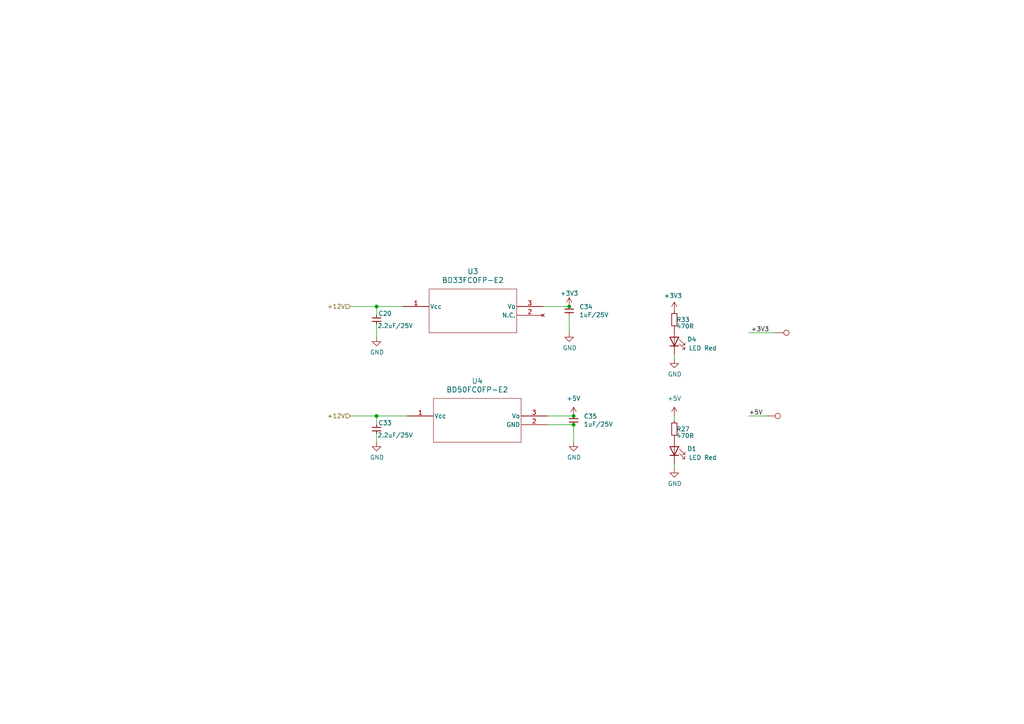
<source format=kicad_sch>
(kicad_sch
	(version 20231120)
	(generator "eeschema")
	(generator_version "8.0")
	(uuid "320f2caf-f00f-4432-86ed-f2c19d076281")
	(paper "A4")
	(title_block
		(date "2023-10-19")
		(rev "V0.1")
		(company "teTra")
	)
	(lib_symbols
		(symbol "Library:+3.3V-power-BMS-Master-rescue"
			(power)
			(pin_names
				(offset 0)
			)
			(exclude_from_sim no)
			(in_bom yes)
			(on_board yes)
			(property "Reference" "#PWR"
				(at 0 -3.81 0)
				(effects
					(font
						(size 1.27 1.27)
					)
					(hide yes)
				)
			)
			(property "Value" "+3.3V-power-BMS-Master-rescue"
				(at 0 3.556 0)
				(effects
					(font
						(size 1.27 1.27)
					)
				)
			)
			(property "Footprint" ""
				(at 0 0 0)
				(effects
					(font
						(size 1.27 1.27)
					)
					(hide yes)
				)
			)
			(property "Datasheet" ""
				(at 0 0 0)
				(effects
					(font
						(size 1.27 1.27)
					)
					(hide yes)
				)
			)
			(property "Description" ""
				(at 0 0 0)
				(effects
					(font
						(size 1.27 1.27)
					)
					(hide yes)
				)
			)
			(symbol "+3.3V-power-BMS-Master-rescue_0_1"
				(polyline
					(pts
						(xy -0.762 1.27) (xy 0 2.54)
					)
					(stroke
						(width 0)
						(type solid)
					)
					(fill
						(type none)
					)
				)
				(polyline
					(pts
						(xy 0 0) (xy 0 2.54)
					)
					(stroke
						(width 0)
						(type solid)
					)
					(fill
						(type none)
					)
				)
				(polyline
					(pts
						(xy 0 2.54) (xy 0.762 1.27)
					)
					(stroke
						(width 0)
						(type solid)
					)
					(fill
						(type none)
					)
				)
			)
			(symbol "+3.3V-power-BMS-Master-rescue_1_1"
				(pin power_in line
					(at 0 0 90)
					(length 0) hide
					(name "+3V3"
						(effects
							(font
								(size 1.27 1.27)
							)
						)
					)
					(number "1"
						(effects
							(font
								(size 1.27 1.27)
							)
						)
					)
				)
			)
		)
		(symbol "Library:+3V3"
			(power)
			(pin_names
				(offset 0)
			)
			(exclude_from_sim no)
			(in_bom yes)
			(on_board yes)
			(property "Reference" "#PWR"
				(at 0 -3.81 0)
				(effects
					(font
						(size 1.27 1.27)
					)
					(hide yes)
				)
			)
			(property "Value" "+3V3"
				(at 0 3.556 0)
				(effects
					(font
						(size 1.27 1.27)
					)
				)
			)
			(property "Footprint" ""
				(at 0 0 0)
				(effects
					(font
						(size 1.27 1.27)
					)
					(hide yes)
				)
			)
			(property "Datasheet" ""
				(at 0 0 0)
				(effects
					(font
						(size 1.27 1.27)
					)
					(hide yes)
				)
			)
			(property "Description" "Power symbol creates a global label with name \"+3V3\""
				(at 0 0 0)
				(effects
					(font
						(size 1.27 1.27)
					)
					(hide yes)
				)
			)
			(property "ki_keywords" "global power"
				(at 0 0 0)
				(effects
					(font
						(size 1.27 1.27)
					)
					(hide yes)
				)
			)
			(symbol "+3V3_0_1"
				(polyline
					(pts
						(xy -0.762 1.27) (xy 0 2.54)
					)
					(stroke
						(width 0)
						(type default)
					)
					(fill
						(type none)
					)
				)
				(polyline
					(pts
						(xy 0 0) (xy 0 2.54)
					)
					(stroke
						(width 0)
						(type default)
					)
					(fill
						(type none)
					)
				)
				(polyline
					(pts
						(xy 0 2.54) (xy 0.762 1.27)
					)
					(stroke
						(width 0)
						(type default)
					)
					(fill
						(type none)
					)
				)
			)
			(symbol "+3V3_1_1"
				(pin power_in line
					(at 0 0 90)
					(length 0) hide
					(name "+3V3"
						(effects
							(font
								(size 1.27 1.27)
							)
						)
					)
					(number "1"
						(effects
							(font
								(size 1.27 1.27)
							)
						)
					)
				)
			)
		)
		(symbol "Library:+5V"
			(power)
			(pin_names
				(offset 0)
			)
			(exclude_from_sim no)
			(in_bom yes)
			(on_board yes)
			(property "Reference" "#PWR"
				(at 0 -3.81 0)
				(effects
					(font
						(size 1.27 1.27)
					)
					(hide yes)
				)
			)
			(property "Value" "+5V"
				(at 0 3.556 0)
				(effects
					(font
						(size 1.27 1.27)
					)
				)
			)
			(property "Footprint" ""
				(at 0 0 0)
				(effects
					(font
						(size 1.27 1.27)
					)
					(hide yes)
				)
			)
			(property "Datasheet" ""
				(at 0 0 0)
				(effects
					(font
						(size 1.27 1.27)
					)
					(hide yes)
				)
			)
			(property "Description" "Power symbol creates a global label with name \"+5V\""
				(at 0 0 0)
				(effects
					(font
						(size 1.27 1.27)
					)
					(hide yes)
				)
			)
			(property "ki_keywords" "global power"
				(at 0 0 0)
				(effects
					(font
						(size 1.27 1.27)
					)
					(hide yes)
				)
			)
			(symbol "+5V_0_1"
				(polyline
					(pts
						(xy -0.762 1.27) (xy 0 2.54)
					)
					(stroke
						(width 0)
						(type default)
					)
					(fill
						(type none)
					)
				)
				(polyline
					(pts
						(xy 0 0) (xy 0 2.54)
					)
					(stroke
						(width 0)
						(type default)
					)
					(fill
						(type none)
					)
				)
				(polyline
					(pts
						(xy 0 2.54) (xy 0.762 1.27)
					)
					(stroke
						(width 0)
						(type default)
					)
					(fill
						(type none)
					)
				)
			)
			(symbol "+5V_1_1"
				(pin power_in line
					(at 0 0 90)
					(length 0) hide
					(name "+5V"
						(effects
							(font
								(size 1.27 1.27)
							)
						)
					)
					(number "1"
						(effects
							(font
								(size 1.27 1.27)
							)
						)
					)
				)
			)
		)
		(symbol "Library:BD33FC0FP-E2"
			(pin_names
				(offset 0.254)
			)
			(exclude_from_sim no)
			(in_bom yes)
			(on_board yes)
			(property "Reference" "U"
				(at 20.32 10.16 0)
				(effects
					(font
						(size 1.524 1.524)
					)
				)
			)
			(property "Value" "BD33FC0FP-E2"
				(at 20.32 7.62 0)
				(effects
					(font
						(size 1.524 1.524)
					)
				)
			)
			(property "Footprint" "Package_TO_SOT_SMD:TO252-3_ROM"
				(at 0 0 0)
				(effects
					(font
						(size 1.27 1.27)
						(italic yes)
					)
					(hide yes)
				)
			)
			(property "Datasheet" "BD33FC0FP-E2"
				(at 0 0 0)
				(effects
					(font
						(size 1.27 1.27)
						(italic yes)
					)
					(hide yes)
				)
			)
			(property "Description" ""
				(at 0 0 0)
				(effects
					(font
						(size 1.27 1.27)
					)
					(hide yes)
				)
			)
			(property "ki_keywords" "BD33FC0FP-E2"
				(at 0 0 0)
				(effects
					(font
						(size 1.27 1.27)
					)
					(hide yes)
				)
			)
			(property "ki_fp_filters" "TO252-3_ROM TO252-3_ROM-M TO252-3_ROM-L"
				(at 0 0 0)
				(effects
					(font
						(size 1.27 1.27)
					)
					(hide yes)
				)
			)
			(symbol "BD33FC0FP-E2_0_1"
				(polyline
					(pts
						(xy 7.62 -7.62) (xy 33.02 -7.62)
					)
					(stroke
						(width 0.127)
						(type default)
					)
					(fill
						(type none)
					)
				)
				(polyline
					(pts
						(xy 7.62 5.08) (xy 7.62 -7.62)
					)
					(stroke
						(width 0.127)
						(type default)
					)
					(fill
						(type none)
					)
				)
				(polyline
					(pts
						(xy 33.02 -7.62) (xy 33.02 5.08)
					)
					(stroke
						(width 0.127)
						(type default)
					)
					(fill
						(type none)
					)
				)
				(polyline
					(pts
						(xy 33.02 5.08) (xy 7.62 5.08)
					)
					(stroke
						(width 0.127)
						(type default)
					)
					(fill
						(type none)
					)
				)
				(pin power_in line
					(at 0 0 0)
					(length 7.62)
					(name "Vcc"
						(effects
							(font
								(size 1.27 1.27)
							)
						)
					)
					(number "1"
						(effects
							(font
								(size 1.27 1.27)
							)
						)
					)
				)
				(pin no_connect line
					(at 40.64 -2.54 180)
					(length 7.62)
					(name "N.C."
						(effects
							(font
								(size 1.27 1.27)
							)
						)
					)
					(number "2"
						(effects
							(font
								(size 1.27 1.27)
							)
						)
					)
				)
				(pin unspecified line
					(at 40.64 0 180)
					(length 7.62)
					(name "Vo"
						(effects
							(font
								(size 1.27 1.27)
							)
						)
					)
					(number "3"
						(effects
							(font
								(size 1.27 1.27)
							)
						)
					)
				)
			)
		)
		(symbol "Library:BD50FC0FP-E2"
			(pin_names
				(offset 0.254)
			)
			(exclude_from_sim no)
			(in_bom yes)
			(on_board yes)
			(property "Reference" "U"
				(at 20.32 10.16 0)
				(effects
					(font
						(size 1.524 1.524)
					)
				)
			)
			(property "Value" "BD50FC0FP-E2"
				(at 20.32 7.62 0)
				(effects
					(font
						(size 1.524 1.524)
					)
				)
			)
			(property "Footprint" "Package_TO_SOT_SMD:TO252-3_ROM"
				(at 0 0 0)
				(effects
					(font
						(size 1.27 1.27)
						(italic yes)
					)
					(hide yes)
				)
			)
			(property "Datasheet" "BD33FC0FP-E2"
				(at 0 0 0)
				(effects
					(font
						(size 1.27 1.27)
						(italic yes)
					)
					(hide yes)
				)
			)
			(property "Description" ""
				(at 0 0 0)
				(effects
					(font
						(size 1.27 1.27)
					)
					(hide yes)
				)
			)
			(property "ki_keywords" "BD33FC0FP-E2"
				(at 0 0 0)
				(effects
					(font
						(size 1.27 1.27)
					)
					(hide yes)
				)
			)
			(property "ki_fp_filters" "TO252-3_ROM TO252-3_ROM-M TO252-3_ROM-L"
				(at 0 0 0)
				(effects
					(font
						(size 1.27 1.27)
					)
					(hide yes)
				)
			)
			(symbol "BD50FC0FP-E2_0_1"
				(polyline
					(pts
						(xy 7.62 -7.62) (xy 33.02 -7.62)
					)
					(stroke
						(width 0.127)
						(type default)
					)
					(fill
						(type none)
					)
				)
				(polyline
					(pts
						(xy 7.62 5.08) (xy 7.62 -7.62)
					)
					(stroke
						(width 0.127)
						(type default)
					)
					(fill
						(type none)
					)
				)
				(polyline
					(pts
						(xy 33.02 -7.62) (xy 33.02 5.08)
					)
					(stroke
						(width 0.127)
						(type default)
					)
					(fill
						(type none)
					)
				)
				(polyline
					(pts
						(xy 33.02 5.08) (xy 7.62 5.08)
					)
					(stroke
						(width 0.127)
						(type default)
					)
					(fill
						(type none)
					)
				)
				(pin power_in line
					(at 0 0 0)
					(length 7.62)
					(name "Vcc"
						(effects
							(font
								(size 1.27 1.27)
							)
						)
					)
					(number "1"
						(effects
							(font
								(size 1.27 1.27)
							)
						)
					)
				)
				(pin unspecified line
					(at 40.64 0 180)
					(length 7.62)
					(name "Vo"
						(effects
							(font
								(size 1.27 1.27)
							)
						)
					)
					(number "3"
						(effects
							(font
								(size 1.27 1.27)
							)
						)
					)
				)
			)
			(symbol "BD50FC0FP-E2_1_1"
				(pin output line
					(at 40.64 -2.54 180)
					(length 7.62)
					(name "GND"
						(effects
							(font
								(size 1.27 1.27)
							)
						)
					)
					(number "2"
						(effects
							(font
								(size 1.27 1.27)
							)
						)
					)
				)
			)
		)
		(symbol "Library:C"
			(pin_numbers hide)
			(pin_names
				(offset 0.254)
			)
			(exclude_from_sim no)
			(in_bom yes)
			(on_board yes)
			(property "Reference" "C"
				(at 0.635 2.54 0)
				(effects
					(font
						(size 1.27 1.27)
					)
					(justify left)
				)
			)
			(property "Value" "C"
				(at 0.635 -2.54 0)
				(effects
					(font
						(size 1.27 1.27)
					)
					(justify left)
				)
			)
			(property "Footprint" ""
				(at 0.9652 -3.81 0)
				(effects
					(font
						(size 1.27 1.27)
					)
					(hide yes)
				)
			)
			(property "Datasheet" "~"
				(at 0 0 0)
				(effects
					(font
						(size 1.27 1.27)
					)
					(hide yes)
				)
			)
			(property "Description" "Unpolarized capacitor"
				(at 0 0 0)
				(effects
					(font
						(size 1.27 1.27)
					)
					(hide yes)
				)
			)
			(property "ki_keywords" "cap capacitor"
				(at 0 0 0)
				(effects
					(font
						(size 1.27 1.27)
					)
					(hide yes)
				)
			)
			(property "ki_fp_filters" "C_*"
				(at 0 0 0)
				(effects
					(font
						(size 1.27 1.27)
					)
					(hide yes)
				)
			)
			(symbol "C_1_1"
				(polyline
					(pts
						(xy -1.27 -0.508) (xy 1.27 -0.508)
					)
					(stroke
						(width 0.254)
						(type default)
					)
					(fill
						(type none)
					)
				)
				(polyline
					(pts
						(xy -1.27 0.508) (xy 1.27 0.508)
					)
					(stroke
						(width 0.254)
						(type default)
					)
					(fill
						(type none)
					)
				)
				(pin passive line
					(at 0 1.27 270)
					(length 0.762)
					(name "~"
						(effects
							(font
								(size 1.27 1.27)
							)
						)
					)
					(number "1"
						(effects
							(font
								(size 1.27 1.27)
							)
						)
					)
				)
				(pin passive line
					(at 0 -1.27 90)
					(length 0.762)
					(name "~"
						(effects
							(font
								(size 1.27 1.27)
							)
						)
					)
					(number "2"
						(effects
							(font
								(size 1.27 1.27)
							)
						)
					)
				)
			)
		)
		(symbol "Library:GND"
			(power)
			(pin_names
				(offset 0)
			)
			(exclude_from_sim no)
			(in_bom yes)
			(on_board yes)
			(property "Reference" "#PWR"
				(at 0 -6.35 0)
				(effects
					(font
						(size 1.27 1.27)
					)
					(hide yes)
				)
			)
			(property "Value" "GND"
				(at 0 -3.81 0)
				(effects
					(font
						(size 1.27 1.27)
					)
				)
			)
			(property "Footprint" ""
				(at 0 0 0)
				(effects
					(font
						(size 1.27 1.27)
					)
					(hide yes)
				)
			)
			(property "Datasheet" ""
				(at 0 0 0)
				(effects
					(font
						(size 1.27 1.27)
					)
					(hide yes)
				)
			)
			(property "Description" "Power symbol creates a global label with name \"GND\" , ground"
				(at 0 0 0)
				(effects
					(font
						(size 1.27 1.27)
					)
					(hide yes)
				)
			)
			(property "ki_keywords" "global power"
				(at 0 0 0)
				(effects
					(font
						(size 1.27 1.27)
					)
					(hide yes)
				)
			)
			(symbol "GND_0_1"
				(polyline
					(pts
						(xy 0 0) (xy 0 -1.27) (xy 1.27 -1.27) (xy 0 -2.54) (xy -1.27 -1.27) (xy 0 -1.27)
					)
					(stroke
						(width 0)
						(type default)
					)
					(fill
						(type none)
					)
				)
			)
			(symbol "GND_1_1"
				(pin power_in line
					(at 0 0 270)
					(length 0) hide
					(name "GND"
						(effects
							(font
								(size 1.27 1.27)
							)
						)
					)
					(number "1"
						(effects
							(font
								(size 1.27 1.27)
							)
						)
					)
				)
			)
		)
		(symbol "Library:LED"
			(pin_numbers hide)
			(pin_names
				(offset 1.016) hide)
			(exclude_from_sim no)
			(in_bom yes)
			(on_board yes)
			(property "Reference" "D"
				(at -0.762 -2.54 0)
				(effects
					(font
						(size 1.27 1.27)
					)
				)
			)
			(property "Value" "LED"
				(at -0.762 4.318 0)
				(effects
					(font
						(size 1.27 1.27)
					)
				)
			)
			(property "Footprint" ""
				(at 0 0 0)
				(effects
					(font
						(size 1.27 1.27)
					)
					(hide yes)
				)
			)
			(property "Datasheet" "~"
				(at 0 0 0)
				(effects
					(font
						(size 1.27 1.27)
					)
					(hide yes)
				)
			)
			(property "Description" "Light emitting diode"
				(at 0 0 0)
				(effects
					(font
						(size 1.27 1.27)
					)
					(hide yes)
				)
			)
			(property "ki_keywords" "LED diode"
				(at 0 0 0)
				(effects
					(font
						(size 1.27 1.27)
					)
					(hide yes)
				)
			)
			(property "ki_fp_filters" "LED* LED_SMD:* LED_THT:*"
				(at 0 0 0)
				(effects
					(font
						(size 1.27 1.27)
					)
					(hide yes)
				)
			)
			(symbol "LED_0_1"
				(polyline
					(pts
						(xy 1.27 0) (xy -1.27 0)
					)
					(stroke
						(width 0)
						(type default)
					)
					(fill
						(type none)
					)
				)
				(polyline
					(pts
						(xy 1.27 1.27) (xy 1.27 -1.27)
					)
					(stroke
						(width 0.254)
						(type default)
					)
					(fill
						(type none)
					)
				)
				(polyline
					(pts
						(xy -1.27 1.27) (xy -1.27 -1.27) (xy 1.27 0) (xy -1.27 1.27)
					)
					(stroke
						(width 0.254)
						(type default)
					)
					(fill
						(type none)
					)
				)
				(polyline
					(pts
						(xy -0.508 1.524) (xy 1.016 3.048) (xy 0.254 3.048) (xy 1.016 3.048) (xy 1.016 2.286)
					)
					(stroke
						(width 0)
						(type default)
					)
					(fill
						(type none)
					)
				)
				(polyline
					(pts
						(xy 0.762 1.524) (xy 2.286 3.048) (xy 1.524 3.048) (xy 2.286 3.048) (xy 2.286 2.286)
					)
					(stroke
						(width 0)
						(type default)
					)
					(fill
						(type none)
					)
				)
			)
			(symbol "LED_1_1"
				(pin passive line
					(at 3.81 0 180)
					(length 2.54)
					(name "K"
						(effects
							(font
								(size 1.27 1.27)
							)
						)
					)
					(number "1"
						(effects
							(font
								(size 1.27 1.27)
							)
						)
					)
				)
				(pin passive line
					(at -3.81 0 0)
					(length 2.54)
					(name "A"
						(effects
							(font
								(size 1.27 1.27)
							)
						)
					)
					(number "2"
						(effects
							(font
								(size 1.27 1.27)
							)
						)
					)
				)
			)
		)
		(symbol "Library:R_Small"
			(pin_numbers hide)
			(pin_names
				(offset 0.254) hide)
			(exclude_from_sim no)
			(in_bom yes)
			(on_board yes)
			(property "Reference" "R"
				(at 0.762 0.508 0)
				(effects
					(font
						(size 1.27 1.27)
					)
					(justify left)
				)
			)
			(property "Value" "R_Small"
				(at 0.762 -1.016 0)
				(effects
					(font
						(size 1.27 1.27)
					)
					(justify left)
				)
			)
			(property "Footprint" ""
				(at 0 0 0)
				(effects
					(font
						(size 1.27 1.27)
					)
					(hide yes)
				)
			)
			(property "Datasheet" "~"
				(at 0 0 0)
				(effects
					(font
						(size 1.27 1.27)
					)
					(hide yes)
				)
			)
			(property "Description" "Resistor, small symbol"
				(at 0 0 0)
				(effects
					(font
						(size 1.27 1.27)
					)
					(hide yes)
				)
			)
			(property "ki_keywords" "R resistor"
				(at 0 0 0)
				(effects
					(font
						(size 1.27 1.27)
					)
					(hide yes)
				)
			)
			(property "ki_fp_filters" "R_*"
				(at 0 0 0)
				(effects
					(font
						(size 1.27 1.27)
					)
					(hide yes)
				)
			)
			(symbol "R_Small_0_1"
				(rectangle
					(start -0.762 1.778)
					(end 0.762 -1.778)
					(stroke
						(width 0.2032)
						(type default)
					)
					(fill
						(type none)
					)
				)
			)
			(symbol "R_Small_1_1"
				(pin passive line
					(at 0 2.54 270)
					(length 0.762)
					(name "~"
						(effects
							(font
								(size 1.27 1.27)
							)
						)
					)
					(number "1"
						(effects
							(font
								(size 1.27 1.27)
							)
						)
					)
				)
				(pin passive line
					(at 0 -2.54 90)
					(length 0.762)
					(name "~"
						(effects
							(font
								(size 1.27 1.27)
							)
						)
					)
					(number "2"
						(effects
							(font
								(size 1.27 1.27)
							)
						)
					)
				)
			)
		)
		(symbol "Library:TestPoint"
			(pin_numbers hide)
			(pin_names
				(offset 0.762) hide)
			(exclude_from_sim no)
			(in_bom yes)
			(on_board yes)
			(property "Reference" "TP"
				(at 0 6.858 0)
				(effects
					(font
						(size 1.27 1.27)
					)
				)
			)
			(property "Value" "TestPoint"
				(at 0 5.08 0)
				(effects
					(font
						(size 1.27 1.27)
					)
				)
			)
			(property "Footprint" ""
				(at 5.08 0 0)
				(effects
					(font
						(size 1.27 1.27)
					)
					(hide yes)
				)
			)
			(property "Datasheet" "~"
				(at 5.08 0 0)
				(effects
					(font
						(size 1.27 1.27)
					)
					(hide yes)
				)
			)
			(property "Description" "test point"
				(at 0 0 0)
				(effects
					(font
						(size 1.27 1.27)
					)
					(hide yes)
				)
			)
			(property "ki_keywords" "test point tp"
				(at 0 0 0)
				(effects
					(font
						(size 1.27 1.27)
					)
					(hide yes)
				)
			)
			(property "ki_fp_filters" "Pin* Test*"
				(at 0 0 0)
				(effects
					(font
						(size 1.27 1.27)
					)
					(hide yes)
				)
			)
			(symbol "TestPoint_0_1"
				(circle
					(center 0 3.302)
					(radius 0.762)
					(stroke
						(width 0)
						(type default)
					)
					(fill
						(type none)
					)
				)
			)
			(symbol "TestPoint_1_1"
				(pin passive line
					(at 0 0 90)
					(length 2.54)
					(name "1"
						(effects
							(font
								(size 1.27 1.27)
							)
						)
					)
					(number "1"
						(effects
							(font
								(size 1.27 1.27)
							)
						)
					)
				)
			)
		)
	)
	(junction
		(at 165.1 88.9)
		(diameter 0)
		(color 0 0 0 0)
		(uuid "583daaca-0e0b-4493-9f97-5008515872aa")
	)
	(junction
		(at 166.37 120.65)
		(diameter 0)
		(color 0 0 0 0)
		(uuid "6964b283-c4e2-498b-ad50-1040b7d8c5b5")
	)
	(junction
		(at 109.22 120.65)
		(diameter 0)
		(color 0 0 0 0)
		(uuid "7ad0b67f-4956-4456-b759-a9659846e9e6")
	)
	(junction
		(at 166.37 123.19)
		(diameter 0)
		(color 0 0 0 0)
		(uuid "bd9bd43c-278c-42f5-82db-fbb8263a698c")
	)
	(junction
		(at 109.22 88.9)
		(diameter 0)
		(color 0 0 0 0)
		(uuid "ff86562a-12f5-4fbf-ad89-50c9ff2d1ec8")
	)
	(wire
		(pts
			(xy 101.6 120.65) (xy 109.22 120.65)
		)
		(stroke
			(width 0)
			(type default)
		)
		(uuid "04287d29-65db-4225-8983-39e1664a1cf0")
	)
	(wire
		(pts
			(xy 157.48 88.9) (xy 165.1 88.9)
		)
		(stroke
			(width 0)
			(type default)
		)
		(uuid "0cb46581-b9d4-4083-9ad3-e45b0a511cf9")
	)
	(wire
		(pts
			(xy 217.17 96.52) (xy 224.79 96.52)
		)
		(stroke
			(width 0)
			(type default)
		)
		(uuid "14c45e74-9ddb-4a88-8125-2229376ab26f")
	)
	(wire
		(pts
			(xy 165.1 91.44) (xy 165.1 96.52)
		)
		(stroke
			(width 0)
			(type default)
		)
		(uuid "1b4d0af8-f36f-4c5a-98d5-fc230ebde051")
	)
	(wire
		(pts
			(xy 195.58 120.65) (xy 195.58 121.92)
		)
		(stroke
			(width 0)
			(type default)
		)
		(uuid "3ca5394b-7ee5-4e9f-95e7-9fa7c1ff1f39")
	)
	(wire
		(pts
			(xy 109.22 88.9) (xy 116.84 88.9)
		)
		(stroke
			(width 0)
			(type default)
		)
		(uuid "45c7180e-dbdf-435a-b25d-3797b9a4245a")
	)
	(wire
		(pts
			(xy 109.22 88.9) (xy 109.22 91.44)
		)
		(stroke
			(width 0)
			(type default)
		)
		(uuid "4af4bda2-446c-4354-863c-2a243e8c467e")
	)
	(wire
		(pts
			(xy 101.6 88.9) (xy 109.22 88.9)
		)
		(stroke
			(width 0)
			(type default)
		)
		(uuid "4d4ba309-9927-40b3-a983-1839482d8579")
	)
	(wire
		(pts
			(xy 158.75 123.19) (xy 166.37 123.19)
		)
		(stroke
			(width 0)
			(type default)
		)
		(uuid "4f1e6998-1a70-475e-b21d-6e5d06e3a687")
	)
	(wire
		(pts
			(xy 217.17 120.65) (xy 222.25 120.65)
		)
		(stroke
			(width 0)
			(type default)
		)
		(uuid "5075ce88-d1fd-41aa-a0fb-5e68fa543098")
	)
	(wire
		(pts
			(xy 158.75 120.65) (xy 166.37 120.65)
		)
		(stroke
			(width 0)
			(type default)
		)
		(uuid "5f20d43d-d146-48c9-acd1-5619cbfb485c")
	)
	(wire
		(pts
			(xy 166.37 123.19) (xy 166.37 128.27)
		)
		(stroke
			(width 0)
			(type default)
		)
		(uuid "9624f360-7445-4d5e-9699-549160e23e61")
	)
	(wire
		(pts
			(xy 195.58 102.87) (xy 195.58 104.14)
		)
		(stroke
			(width 0)
			(type default)
		)
		(uuid "b1f4635e-a6fb-42ce-a22c-09920d9c231f")
	)
	(wire
		(pts
			(xy 195.58 134.62) (xy 195.58 135.89)
		)
		(stroke
			(width 0)
			(type default)
		)
		(uuid "b2cd86a2-a3cb-409a-aeb7-5a7f586fd81d")
	)
	(wire
		(pts
			(xy 109.22 120.65) (xy 109.22 123.19)
		)
		(stroke
			(width 0)
			(type default)
		)
		(uuid "c1d7c812-b656-41b6-ad38-512456e8998a")
	)
	(wire
		(pts
			(xy 109.22 120.65) (xy 118.11 120.65)
		)
		(stroke
			(width 0)
			(type default)
		)
		(uuid "d09a5e0b-6e0e-4d8b-8649-0b8c1659b4e9")
	)
	(wire
		(pts
			(xy 109.22 93.98) (xy 109.22 97.79)
		)
		(stroke
			(width 0)
			(type default)
		)
		(uuid "e0ef239b-f996-4eed-b413-9cbfbde523a3")
	)
	(wire
		(pts
			(xy 109.22 125.73) (xy 109.22 128.27)
		)
		(stroke
			(width 0)
			(type default)
		)
		(uuid "fd2f690e-f8d2-42a7-818f-79813f621268")
	)
	(label "+5V"
		(at 217.17 120.65 0)
		(fields_autoplaced yes)
		(effects
			(font
				(size 1.27 1.27)
			)
			(justify left bottom)
		)
		(uuid "3a3b9259-d516-4623-964e-f94e14a92295")
	)
	(label "+3V3"
		(at 217.805 96.52 0)
		(fields_autoplaced yes)
		(effects
			(font
				(size 1.27 1.27)
			)
			(justify left bottom)
		)
		(uuid "5d7874e3-727c-41c8-91d3-ffe0af7b63a0")
	)
	(hierarchical_label "+12V"
		(shape input)
		(at 101.6 88.9 180)
		(fields_autoplaced yes)
		(effects
			(font
				(size 1.27 1.27)
			)
			(justify right)
		)
		(uuid "0df176f5-fbd3-4d74-80b1-db48744e86bc")
	)
	(hierarchical_label "+12V"
		(shape input)
		(at 101.6 120.65 180)
		(fields_autoplaced yes)
		(effects
			(font
				(size 1.27 1.27)
			)
			(justify right)
		)
		(uuid "ba2f55a1-7de7-4a78-9d81-01ca300b3ccf")
	)
	(symbol
		(lib_id "Library:GND")
		(at 109.22 97.79 0)
		(unit 1)
		(exclude_from_sim no)
		(in_bom yes)
		(on_board yes)
		(dnp no)
		(uuid "05fcc230-55dd-4c6f-a62a-7dfc2c10bf73")
		(property "Reference" "#PWR021"
			(at 109.22 104.14 0)
			(effects
				(font
					(size 1.27 1.27)
				)
				(hide yes)
			)
		)
		(property "Value" "GND"
			(at 109.347 102.1842 0)
			(effects
				(font
					(size 1.27 1.27)
				)
			)
		)
		(property "Footprint" ""
			(at 109.22 97.79 0)
			(effects
				(font
					(size 1.27 1.27)
				)
				(hide yes)
			)
		)
		(property "Datasheet" ""
			(at 109.22 97.79 0)
			(effects
				(font
					(size 1.27 1.27)
				)
				(hide yes)
			)
		)
		(property "Description" ""
			(at 109.22 97.79 0)
			(effects
				(font
					(size 1.27 1.27)
				)
				(hide yes)
			)
		)
		(pin "1"
			(uuid "c34052e6-b55f-466a-9d3b-88d85f86cb59")
		)
		(instances
			(project "LTC6811_ESP32_V1p21"
				(path "/6a86ff6f-b159-4c4c-8a40-e732cc82e010/00000000-0000-0000-0000-00005ac18063"
					(reference "#PWR021")
					(unit 1)
				)
			)
		)
	)
	(symbol
		(lib_id "Library:BD33FC0FP-E2")
		(at 116.84 88.9 0)
		(unit 1)
		(exclude_from_sim no)
		(in_bom yes)
		(on_board yes)
		(dnp no)
		(fields_autoplaced yes)
		(uuid "0610e773-7769-446d-8a27-17791f1b7e60")
		(property "Reference" "U3"
			(at 137.16 78.74 0)
			(effects
				(font
					(size 1.524 1.524)
				)
			)
		)
		(property "Value" "BD33FC0FP-E2"
			(at 137.16 81.28 0)
			(effects
				(font
					(size 1.524 1.524)
				)
			)
		)
		(property "Footprint" "Package_TO_SOT_SMD:TO252-3_ROM"
			(at 116.84 88.9 0)
			(effects
				(font
					(size 1.27 1.27)
					(italic yes)
				)
				(hide yes)
			)
		)
		(property "Datasheet" "https://fscdn.rohm.com/en/products/databook/datasheet/ic/power/linear_regulator/bdxxfc0wefj-e.pdf"
			(at 116.84 88.9 0)
			(effects
				(font
					(size 1.27 1.27)
					(italic yes)
				)
				(hide yes)
			)
		)
		(property "Description" "Linear Voltage Regulator IC Positive Fixed 1 Output 1A TO-252"
			(at 116.84 88.9 0)
			(effects
				(font
					(size 1.27 1.27)
				)
				(hide yes)
			)
		)
		(property "Link" "https://www.digikey.jp/en/products/detail/rohm-semiconductor/BD33FC0FP-E2/7896452?s=N4IgTCBcDaIEIBEDMSBiBhADKgCgWgFEIBdAXyA"
			(at 116.84 88.9 0)
			(effects
				(font
					(size 1.27 1.27)
				)
				(hide yes)
			)
		)
		(property "MPN" "BD33FC0FP-E2"
			(at 116.84 88.9 0)
			(effects
				(font
					(size 1.27 1.27)
				)
				(hide yes)
			)
		)
		(pin "1"
			(uuid "d2d41ec4-6b8a-42cb-a3e1-7f9ae47d611b")
		)
		(pin "2"
			(uuid "518dcea3-06ad-400a-a12b-b117123223de")
		)
		(pin "3"
			(uuid "76047cc2-319a-4e0d-bced-026cacd17b22")
		)
		(instances
			(project ""
				(path "/6a86ff6f-b159-4c4c-8a40-e732cc82e010/00000000-0000-0000-0000-00005ac18063"
					(reference "U3")
					(unit 1)
				)
			)
		)
	)
	(symbol
		(lib_id "Library:+5V")
		(at 166.37 120.65 0)
		(mirror y)
		(unit 1)
		(exclude_from_sim no)
		(in_bom yes)
		(on_board yes)
		(dnp no)
		(fields_autoplaced yes)
		(uuid "06625fbb-6ab7-4178-bef7-741b6b77c9af")
		(property "Reference" "#PWR046"
			(at 166.37 124.46 0)
			(effects
				(font
					(size 1.27 1.27)
				)
				(hide yes)
			)
		)
		(property "Value" "+5V"
			(at 166.37 115.57 0)
			(effects
				(font
					(size 1.27 1.27)
				)
			)
		)
		(property "Footprint" ""
			(at 166.37 120.65 0)
			(effects
				(font
					(size 1.27 1.27)
				)
				(hide yes)
			)
		)
		(property "Datasheet" ""
			(at 166.37 120.65 0)
			(effects
				(font
					(size 1.27 1.27)
				)
				(hide yes)
			)
		)
		(property "Description" ""
			(at 166.37 120.65 0)
			(effects
				(font
					(size 1.27 1.27)
				)
				(hide yes)
			)
		)
		(pin "1"
			(uuid "5a13ece0-0e24-47e7-9f7c-c69ce9294ea7")
		)
		(instances
			(project "LTC6811_ESP32_V5"
				(path "/6a86ff6f-b159-4c4c-8a40-e732cc82e010/00000000-0000-0000-0000-00005ac18063"
					(reference "#PWR046")
					(unit 1)
				)
			)
		)
	)
	(symbol
		(lib_id "Library:C")
		(at 166.37 121.92 180)
		(unit 1)
		(exclude_from_sim no)
		(in_bom yes)
		(on_board yes)
		(dnp no)
		(uuid "129c6d9a-b791-471f-a6f1-3520a5b3d20b")
		(property "Reference" "C35"
			(at 169.291 120.7516 0)
			(effects
				(font
					(size 1.27 1.27)
				)
				(justify right)
			)
		)
		(property "Value" "1uF/25V"
			(at 169.291 123.063 0)
			(effects
				(font
					(size 1.27 1.27)
				)
				(justify right)
			)
		)
		(property "Footprint" "Capacitor_SMD:C_0603_1608Metric"
			(at 165.4048 118.11 0)
			(effects
				(font
					(size 1.27 1.27)
				)
				(hide yes)
			)
		)
		(property "Datasheet" "https://mm.digikey.com/Volume0/opasdata/d220001/medias/docus/3644/CL10B105KA8NNNC_spec.pdf"
			(at 166.37 121.92 0)
			(effects
				(font
					(size 1.27 1.27)
				)
				(hide yes)
			)
		)
		(property "Description" "1 µF ±10% 25V Ceramic Capacitor X7R 0603 (1608 Metric)"
			(at 166.37 121.92 0)
			(effects
				(font
					(size 1.27 1.27)
				)
				(hide yes)
			)
		)
		(property "MPN" "CL10B105KA8NNNC"
			(at 166.37 121.92 0)
			(effects
				(font
					(size 1.27 1.27)
				)
				(hide yes)
			)
		)
		(property "Link" "https://www.digikey.jp/en/products/detail/samsung-electro-mechanics/CL10B105KA8NNNC/3886842"
			(at 166.37 121.92 0)
			(effects
				(font
					(size 1.27 1.27)
				)
				(hide yes)
			)
		)
		(pin "1"
			(uuid "48e0f432-6ac4-44d0-83bd-2bdb5ca7d2b1")
		)
		(pin "2"
			(uuid "34db1763-d617-4eae-bf83-d6c1fd291c7e")
		)
		(instances
			(project "LTC6811_ESP32_V5"
				(path "/6a86ff6f-b159-4c4c-8a40-e732cc82e010/00000000-0000-0000-0000-00005ac18063"
					(reference "C35")
					(unit 1)
				)
			)
		)
	)
	(symbol
		(lib_id "Library:+3.3V-power-BMS-Master-rescue")
		(at 165.1 88.9 0)
		(mirror y)
		(unit 1)
		(exclude_from_sim no)
		(in_bom yes)
		(on_board yes)
		(dnp no)
		(uuid "1a686d9f-3c98-4adf-b1e5-17f263351447")
		(property "Reference" "#PWR047"
			(at 165.1 92.71 0)
			(effects
				(font
					(size 1.27 1.27)
				)
				(hide yes)
			)
		)
		(property "Value" "+3V3"
			(at 165.1 85.09 0)
			(effects
				(font
					(size 1.27 1.27)
				)
			)
		)
		(property "Footprint" ""
			(at 165.1 88.9 0)
			(effects
				(font
					(size 1.27 1.27)
				)
				(hide yes)
			)
		)
		(property "Datasheet" ""
			(at 165.1 88.9 0)
			(effects
				(font
					(size 1.27 1.27)
				)
				(hide yes)
			)
		)
		(property "Description" ""
			(at 165.1 88.9 0)
			(effects
				(font
					(size 1.27 1.27)
				)
				(hide yes)
			)
		)
		(pin "1"
			(uuid "44bc17fd-6bd8-4673-91b8-3ba69c9f6510")
		)
		(instances
			(project "LTC6811_ESP32_V5"
				(path "/6a86ff6f-b159-4c4c-8a40-e732cc82e010/00000000-0000-0000-0000-00005ac18063"
					(reference "#PWR047")
					(unit 1)
				)
			)
		)
	)
	(symbol
		(lib_id "Library:TestPoint")
		(at 224.79 96.52 270)
		(unit 1)
		(exclude_from_sim no)
		(in_bom no)
		(on_board yes)
		(dnp no)
		(uuid "1f6da100-6a88-4ea7-a648-e8d6a684967f")
		(property "Reference" "TP2"
			(at 229.362 99.06 0)
			(effects
				(font
					(size 1.27 1.27)
				)
				(justify left)
				(hide yes)
			)
		)
		(property "Value" "3V3"
			(at 229.87 96.52 90)
			(effects
				(font
					(size 1.27 1.27)
				)
				(justify left)
				(hide yes)
			)
		)
		(property "Footprint" "TestPoint:TestPoint_Pad_D1.0mm"
			(at 224.79 101.6 0)
			(effects
				(font
					(size 1.27 1.27)
				)
				(hide yes)
			)
		)
		(property "Datasheet" "~"
			(at 224.79 101.6 0)
			(effects
				(font
					(size 1.27 1.27)
				)
				(hide yes)
			)
		)
		(property "Description" ""
			(at 224.79 96.52 0)
			(effects
				(font
					(size 1.27 1.27)
				)
				(hide yes)
			)
		)
		(pin "1"
			(uuid "c39b90e8-13ff-46e7-88c2-5ee7ddc05298")
		)
		(instances
			(project "LTC6811_ESP32_V1p21"
				(path "/6a86ff6f-b159-4c4c-8a40-e732cc82e010/00000000-0000-0000-0000-00005ac18063"
					(reference "TP2")
					(unit 1)
				)
			)
		)
	)
	(symbol
		(lib_id "Library:GND")
		(at 195.58 104.14 0)
		(unit 1)
		(exclude_from_sim no)
		(in_bom yes)
		(on_board yes)
		(dnp no)
		(uuid "438e7760-d20a-46c3-9f03-ac587bb42565")
		(property "Reference" "#PWR029"
			(at 195.58 110.49 0)
			(effects
				(font
					(size 1.27 1.27)
				)
				(hide yes)
			)
		)
		(property "Value" "GND"
			(at 195.707 108.5342 0)
			(effects
				(font
					(size 1.27 1.27)
				)
			)
		)
		(property "Footprint" ""
			(at 195.58 104.14 0)
			(effects
				(font
					(size 1.27 1.27)
				)
				(hide yes)
			)
		)
		(property "Datasheet" ""
			(at 195.58 104.14 0)
			(effects
				(font
					(size 1.27 1.27)
				)
				(hide yes)
			)
		)
		(property "Description" ""
			(at 195.58 104.14 0)
			(effects
				(font
					(size 1.27 1.27)
				)
				(hide yes)
			)
		)
		(pin "1"
			(uuid "bade3281-b0b3-4d68-acfb-0b41a4a847ed")
		)
		(instances
			(project "LTC6811_ESP32_V1p21"
				(path "/6a86ff6f-b159-4c4c-8a40-e732cc82e010/00000000-0000-0000-0000-00005ac18063"
					(reference "#PWR029")
					(unit 1)
				)
			)
		)
	)
	(symbol
		(lib_id "Library:GND")
		(at 166.37 128.27 0)
		(unit 1)
		(exclude_from_sim no)
		(in_bom yes)
		(on_board yes)
		(dnp no)
		(uuid "4430fa9b-c59f-440f-bbc1-39b375948479")
		(property "Reference" "#PWR045"
			(at 166.37 134.62 0)
			(effects
				(font
					(size 1.27 1.27)
				)
				(hide yes)
			)
		)
		(property "Value" "GND"
			(at 166.497 132.6642 0)
			(effects
				(font
					(size 1.27 1.27)
				)
			)
		)
		(property "Footprint" ""
			(at 166.37 128.27 0)
			(effects
				(font
					(size 1.27 1.27)
				)
				(hide yes)
			)
		)
		(property "Datasheet" ""
			(at 166.37 128.27 0)
			(effects
				(font
					(size 1.27 1.27)
				)
				(hide yes)
			)
		)
		(property "Description" ""
			(at 166.37 128.27 0)
			(effects
				(font
					(size 1.27 1.27)
				)
				(hide yes)
			)
		)
		(pin "1"
			(uuid "c44ca879-8fb5-419e-bd19-bee4aa85082e")
		)
		(instances
			(project "LTC6811_ESP32_V5"
				(path "/6a86ff6f-b159-4c4c-8a40-e732cc82e010/00000000-0000-0000-0000-00005ac18063"
					(reference "#PWR045")
					(unit 1)
				)
			)
		)
	)
	(symbol
		(lib_id "Library:GND")
		(at 109.22 128.27 0)
		(unit 1)
		(exclude_from_sim no)
		(in_bom yes)
		(on_board yes)
		(dnp no)
		(uuid "669bf37b-a1c9-4fef-87a0-48247096c1ab")
		(property "Reference" "#PWR044"
			(at 109.22 134.62 0)
			(effects
				(font
					(size 1.27 1.27)
				)
				(hide yes)
			)
		)
		(property "Value" "GND"
			(at 109.347 132.6642 0)
			(effects
				(font
					(size 1.27 1.27)
				)
			)
		)
		(property "Footprint" ""
			(at 109.22 128.27 0)
			(effects
				(font
					(size 1.27 1.27)
				)
				(hide yes)
			)
		)
		(property "Datasheet" ""
			(at 109.22 128.27 0)
			(effects
				(font
					(size 1.27 1.27)
				)
				(hide yes)
			)
		)
		(property "Description" ""
			(at 109.22 128.27 0)
			(effects
				(font
					(size 1.27 1.27)
				)
				(hide yes)
			)
		)
		(pin "1"
			(uuid "af3e52f4-8cf2-457d-b7ea-b71199c6ea08")
		)
		(instances
			(project "LTC6811_ESP32_V5"
				(path "/6a86ff6f-b159-4c4c-8a40-e732cc82e010/00000000-0000-0000-0000-00005ac18063"
					(reference "#PWR044")
					(unit 1)
				)
			)
		)
	)
	(symbol
		(lib_id "Library:LED")
		(at 195.58 99.06 270)
		(unit 1)
		(exclude_from_sim no)
		(in_bom yes)
		(on_board yes)
		(dnp no)
		(uuid "695f5378-5ec2-4735-b06b-1d73303b9337")
		(property "Reference" "D4"
			(at 200.66 98.425 90)
			(effects
				(font
					(size 1.27 1.27)
				)
			)
		)
		(property "Value" "LED Red"
			(at 203.835 100.965 90)
			(effects
				(font
					(size 1.27 1.27)
				)
			)
		)
		(property "Footprint" "LED_SMD:LED_0603_1608Metric"
			(at 195.58 99.06 0)
			(effects
				(font
					(size 1.27 1.27)
				)
				(hide yes)
			)
		)
		(property "Datasheet" "https://optoelectronics.liteon.com/upload/download/DS-22-99-0151/LTST-C190KRKT.pdf"
			(at 195.58 99.06 0)
			(effects
				(font
					(size 1.27 1.27)
				)
				(hide yes)
			)
		)
		(property "Description" "Red 631nm LED Indication - Discrete 2V 0603 (1608 Metric)"
			(at 195.58 99.06 0)
			(effects
				(font
					(size 1.27 1.27)
				)
				(hide yes)
			)
		)
		(property "Link" "https://www.digikey.jp/en/products/detail/liteon/LTST-C190KRKT/386817"
			(at 195.58 99.06 0)
			(effects
				(font
					(size 1.27 1.27)
				)
				(hide yes)
			)
		)
		(property "MPN" "LTST-C190KRKT"
			(at 195.58 99.06 0)
			(effects
				(font
					(size 1.27 1.27)
				)
				(hide yes)
			)
		)
		(pin "1"
			(uuid "e1ffc082-e06b-4b71-a742-769905df50fa")
		)
		(pin "2"
			(uuid "e116a029-ffff-45e5-b728-48809d46d38f")
		)
		(instances
			(project "LTC6811_ESP32_V1p21"
				(path "/6a86ff6f-b159-4c4c-8a40-e732cc82e010/00000000-0000-0000-0000-00005ac18063"
					(reference "D4")
					(unit 1)
				)
			)
			(project "L9963E+ESP32_V1.0"
				(path "/e9bba7f0-c10d-45df-9f8e-74901087917a"
					(reference "D?")
					(unit 1)
				)
			)
		)
	)
	(symbol
		(lib_id "Library:+5V")
		(at 195.58 120.65 0)
		(mirror y)
		(unit 1)
		(exclude_from_sim no)
		(in_bom yes)
		(on_board yes)
		(dnp no)
		(fields_autoplaced yes)
		(uuid "a6809a18-2bf5-41f4-8da5-62391d22a46c")
		(property "Reference" "#PWR025"
			(at 195.58 124.46 0)
			(effects
				(font
					(size 1.27 1.27)
				)
				(hide yes)
			)
		)
		(property "Value" "+5V"
			(at 195.58 115.57 0)
			(effects
				(font
					(size 1.27 1.27)
				)
			)
		)
		(property "Footprint" ""
			(at 195.58 120.65 0)
			(effects
				(font
					(size 1.27 1.27)
				)
				(hide yes)
			)
		)
		(property "Datasheet" ""
			(at 195.58 120.65 0)
			(effects
				(font
					(size 1.27 1.27)
				)
				(hide yes)
			)
		)
		(property "Description" ""
			(at 195.58 120.65 0)
			(effects
				(font
					(size 1.27 1.27)
				)
				(hide yes)
			)
		)
		(pin "1"
			(uuid "92a6879b-46f6-453b-a77d-753f70a3cfbe")
		)
		(instances
			(project "LTC6811_ESP32_V5"
				(path "/6a86ff6f-b159-4c4c-8a40-e732cc82e010/00000000-0000-0000-0000-00005ac18063"
					(reference "#PWR025")
					(unit 1)
				)
			)
		)
	)
	(symbol
		(lib_id "Library:R_Small")
		(at 195.58 124.46 180)
		(unit 1)
		(exclude_from_sim no)
		(in_bom yes)
		(on_board yes)
		(dnp no)
		(uuid "ace8085a-343b-4464-8472-abb71d93d250")
		(property "Reference" "R27"
			(at 198.12 124.46 0)
			(effects
				(font
					(size 1.27 1.27)
				)
			)
		)
		(property "Value" "470R"
			(at 198.755 126.365 0)
			(effects
				(font
					(size 1.27 1.27)
				)
			)
		)
		(property "Footprint" "Resistor_SMD:R_0603_1608Metric"
			(at 195.58 124.46 0)
			(effects
				(font
					(size 1.27 1.27)
				)
				(hide yes)
			)
		)
		(property "Datasheet" "https://www.yageo.com/upload/media/product/products/datasheet/rchip/PYu-RC_Group_51_RoHS_L_12.pdf"
			(at 195.58 124.46 0)
			(effects
				(font
					(size 1.27 1.27)
				)
				(hide yes)
			)
		)
		(property "Description" "470 Ohms ±5% 0.1W, 1/10W Chip Resistor 0603 (1608 Metric) Moisture Resistant Thick Film"
			(at 195.58 124.46 0)
			(effects
				(font
					(size 1.27 1.27)
				)
				(hide yes)
			)
		)
		(property "MPN" "RC0603JR-07470RL"
			(at 195.58 124.46 0)
			(effects
				(font
					(size 1.27 1.27)
				)
				(hide yes)
			)
		)
		(property "Link" "https://www.digikey.jp/en/products/detail/yageo/RC0603JR-07470RL/726791?s=N4IgTCBcDaIEoGEAMA2JBmAUnAtEg7ACz5JwAyIAugL5A"
			(at 195.58 124.46 0)
			(effects
				(font
					(size 1.27 1.27)
				)
				(hide yes)
			)
		)
		(pin "1"
			(uuid "eda2927c-a3dc-49ac-8037-ba2112ec1ebc")
		)
		(pin "2"
			(uuid "c6df1fb7-8ffd-4c85-aafe-da50dfd1d67f")
		)
		(instances
			(project "LTC6811_ESP32_V5"
				(path "/6a86ff6f-b159-4c4c-8a40-e732cc82e010/00000000-0000-0000-0000-00005ac18063"
					(reference "R27")
					(unit 1)
				)
			)
		)
	)
	(symbol
		(lib_id "Library:GND")
		(at 165.1 96.52 0)
		(unit 1)
		(exclude_from_sim no)
		(in_bom yes)
		(on_board yes)
		(dnp no)
		(uuid "beca8665-0bc5-4235-a4ee-a396c10173ac")
		(property "Reference" "#PWR048"
			(at 165.1 102.87 0)
			(effects
				(font
					(size 1.27 1.27)
				)
				(hide yes)
			)
		)
		(property "Value" "GND"
			(at 165.227 100.9142 0)
			(effects
				(font
					(size 1.27 1.27)
				)
			)
		)
		(property "Footprint" ""
			(at 165.1 96.52 0)
			(effects
				(font
					(size 1.27 1.27)
				)
				(hide yes)
			)
		)
		(property "Datasheet" ""
			(at 165.1 96.52 0)
			(effects
				(font
					(size 1.27 1.27)
				)
				(hide yes)
			)
		)
		(property "Description" ""
			(at 165.1 96.52 0)
			(effects
				(font
					(size 1.27 1.27)
				)
				(hide yes)
			)
		)
		(pin "1"
			(uuid "accd294a-4294-48be-9e4c-7a4332eb76bf")
		)
		(instances
			(project "LTC6811_ESP32_V5"
				(path "/6a86ff6f-b159-4c4c-8a40-e732cc82e010/00000000-0000-0000-0000-00005ac18063"
					(reference "#PWR048")
					(unit 1)
				)
			)
		)
	)
	(symbol
		(lib_id "Library:C")
		(at 109.22 124.46 0)
		(unit 1)
		(exclude_from_sim no)
		(in_bom yes)
		(on_board yes)
		(dnp no)
		(uuid "c9028619-f21c-4536-8eec-c74817f8db15")
		(property "Reference" "C33"
			(at 109.728 122.682 0)
			(effects
				(font
					(size 1.27 1.27)
				)
				(justify left)
			)
		)
		(property "Value" "2.2uF/25V"
			(at 109.474 126.238 0)
			(effects
				(font
					(size 1.27 1.27)
				)
				(justify left)
			)
		)
		(property "Footprint" "Capacitor_SMD:C_0603_1608Metric"
			(at 110.1852 128.27 0)
			(effects
				(font
					(size 1.27 1.27)
				)
				(hide yes)
			)
		)
		(property "Datasheet" "https://search.murata.co.jp/Ceramy/image/img/A01X/G101/ENG/GRM188R61E225KA12-01.pdf"
			(at 109.22 124.46 0)
			(effects
				(font
					(size 1.27 1.27)
				)
				(hide yes)
			)
		)
		(property "Description" "2.2 µF ±10% 25V Ceramic Capacitor X5R 0603 (1608 Metric)"
			(at 109.22 124.46 0)
			(effects
				(font
					(size 1.27 1.27)
				)
				(hide yes)
			)
		)
		(property "MPN" "GRM188R61E225KA12D"
			(at 109.22 124.46 0)
			(effects
				(font
					(size 1.27 1.27)
				)
				(hide yes)
			)
		)
		(property "Link" "https://www.digikey.jp/en/products/detail/murata-electronics/GRM188R61E225KA12D/4905349"
			(at 109.22 124.46 0)
			(effects
				(font
					(size 1.27 1.27)
				)
				(hide yes)
			)
		)
		(pin "1"
			(uuid "b8ef401f-099e-4121-8bc7-b0d8c7970dc4")
		)
		(pin "2"
			(uuid "6173cd4f-3016-40a4-9ff5-d0ac9bda8aa9")
		)
		(instances
			(project "LTC6811_ESP32_V5"
				(path "/6a86ff6f-b159-4c4c-8a40-e732cc82e010/00000000-0000-0000-0000-00005ac18063"
					(reference "C33")
					(unit 1)
				)
			)
		)
	)
	(symbol
		(lib_id "Library:C")
		(at 109.22 92.71 0)
		(unit 1)
		(exclude_from_sim no)
		(in_bom yes)
		(on_board yes)
		(dnp no)
		(uuid "cedae038-e305-416f-afd0-7874e54f61c2")
		(property "Reference" "C20"
			(at 109.728 90.932 0)
			(effects
				(font
					(size 1.27 1.27)
				)
				(justify left)
			)
		)
		(property "Value" "2.2uF/25V"
			(at 109.474 94.488 0)
			(effects
				(font
					(size 1.27 1.27)
				)
				(justify left)
			)
		)
		(property "Footprint" "Capacitor_SMD:C_0603_1608Metric"
			(at 110.1852 96.52 0)
			(effects
				(font
					(size 1.27 1.27)
				)
				(hide yes)
			)
		)
		(property "Datasheet" "https://search.murata.co.jp/Ceramy/image/img/A01X/G101/ENG/GRM188R61E225KA12-01.pdf"
			(at 109.22 92.71 0)
			(effects
				(font
					(size 1.27 1.27)
				)
				(hide yes)
			)
		)
		(property "Description" "2.2 µF ±10% 25V Ceramic Capacitor X5R 0603 (1608 Metric)"
			(at 109.22 92.71 0)
			(effects
				(font
					(size 1.27 1.27)
				)
				(hide yes)
			)
		)
		(property "MPN" "GRM188R61E225KA12D"
			(at 109.22 92.71 0)
			(effects
				(font
					(size 1.27 1.27)
				)
				(hide yes)
			)
		)
		(property "Link" "https://www.digikey.jp/en/products/detail/murata-electronics/GRM188R61E225KA12D/4905349"
			(at 109.22 92.71 0)
			(effects
				(font
					(size 1.27 1.27)
				)
				(hide yes)
			)
		)
		(pin "1"
			(uuid "ac34f5f4-6d86-4901-8c54-f5a0761f3290")
		)
		(pin "2"
			(uuid "503b1621-2888-4dd1-97af-7cd36fac3688")
		)
		(instances
			(project "LTC6811_ESP32_V1p21"
				(path "/6a86ff6f-b159-4c4c-8a40-e732cc82e010/00000000-0000-0000-0000-00005ac18063"
					(reference "C20")
					(unit 1)
				)
			)
			(project "R&C_library"
				(path "/7459c5fb-eaee-49a5-9f15-99dbadaaebb5/e551d4cb-18c8-457b-a446-2845a0b4a4db"
					(reference "C?")
					(unit 1)
				)
			)
			(project "L9963E+ESP32_V1.0"
				(path "/e9bba7f0-c10d-45df-9f8e-74901087917a"
					(reference "C?")
					(unit 1)
				)
			)
		)
	)
	(symbol
		(lib_id "Library:TestPoint")
		(at 222.25 120.65 270)
		(unit 1)
		(exclude_from_sim no)
		(in_bom no)
		(on_board yes)
		(dnp no)
		(uuid "cf341958-96b6-4df7-9ffe-4f928df8e555")
		(property "Reference" "TP1"
			(at 226.822 123.19 0)
			(effects
				(font
					(size 1.27 1.27)
				)
				(justify left)
				(hide yes)
			)
		)
		(property "Value" "5V"
			(at 227.33 120.65 90)
			(effects
				(font
					(size 1.27 1.27)
				)
				(justify left)
				(hide yes)
			)
		)
		(property "Footprint" "TestPoint:TestPoint_Pad_D1.0mm"
			(at 222.25 125.73 0)
			(effects
				(font
					(size 1.27 1.27)
				)
				(hide yes)
			)
		)
		(property "Datasheet" "~"
			(at 222.25 125.73 0)
			(effects
				(font
					(size 1.27 1.27)
				)
				(hide yes)
			)
		)
		(property "Description" ""
			(at 222.25 120.65 0)
			(effects
				(font
					(size 1.27 1.27)
				)
				(hide yes)
			)
		)
		(pin "1"
			(uuid "5601b943-064c-4f28-952f-b315be8e5b79")
		)
		(instances
			(project "LTC6811_ESP32_V5"
				(path "/6a86ff6f-b159-4c4c-8a40-e732cc82e010/00000000-0000-0000-0000-00005ac18063"
					(reference "TP1")
					(unit 1)
				)
			)
		)
	)
	(symbol
		(lib_id "Library:BD50FC0FP-E2")
		(at 118.11 120.65 0)
		(unit 1)
		(exclude_from_sim no)
		(in_bom yes)
		(on_board yes)
		(dnp no)
		(fields_autoplaced yes)
		(uuid "d3ec81f0-2771-4ad8-a7db-3dc3e80219da")
		(property "Reference" "U4"
			(at 138.43 110.49 0)
			(effects
				(font
					(size 1.524 1.524)
				)
			)
		)
		(property "Value" "BD50FC0FP-E2"
			(at 138.43 113.03 0)
			(effects
				(font
					(size 1.524 1.524)
				)
			)
		)
		(property "Footprint" "Package_TO_SOT_SMD:TO252-3_ROM"
			(at 118.11 120.65 0)
			(effects
				(font
					(size 1.27 1.27)
					(italic yes)
				)
				(hide yes)
			)
		)
		(property "Datasheet" "https://fscdn.rohm.com/en/products/databook/datasheet/ic/power/linear_regulator/bdxxfc0wefj-e.pdf"
			(at 118.11 120.65 0)
			(effects
				(font
					(size 1.27 1.27)
					(italic yes)
				)
				(hide yes)
			)
		)
		(property "Description" "Linear Voltage Regulator IC Positive Fixed 1 Output 1A TO-252"
			(at 118.11 120.65 0)
			(effects
				(font
					(size 1.27 1.27)
				)
				(hide yes)
			)
		)
		(property "Link" "https://www.digikey.jp/en/products/detail/rohm-semiconductor/BD50FC0FP-E2/7896453?s=N4IgTCBcDaIEIBECsAGAYgYXQBQLQFEIBdAXyA"
			(at 118.11 120.65 0)
			(effects
				(font
					(size 1.27 1.27)
				)
				(hide yes)
			)
		)
		(property "MPN" "BD50FC0FP-E2"
			(at 118.11 120.65 0)
			(effects
				(font
					(size 1.27 1.27)
				)
				(hide yes)
			)
		)
		(pin "2"
			(uuid "d96b6c7f-cb4c-484d-9381-f2a578d6a0a6")
		)
		(pin "1"
			(uuid "de66c3f9-f1cc-4b48-aa6b-aeb1ec2d81a0")
		)
		(pin "3"
			(uuid "eaff5157-5207-4038-a1f4-7ab87e405d09")
		)
		(instances
			(project ""
				(path "/6a86ff6f-b159-4c4c-8a40-e732cc82e010/00000000-0000-0000-0000-00005ac18063"
					(reference "U4")
					(unit 1)
				)
			)
		)
	)
	(symbol
		(lib_id "Library:LED")
		(at 195.58 130.81 270)
		(unit 1)
		(exclude_from_sim no)
		(in_bom yes)
		(on_board yes)
		(dnp no)
		(uuid "db059eed-7779-4cef-9920-a2ca6508663b")
		(property "Reference" "D1"
			(at 200.66 130.175 90)
			(effects
				(font
					(size 1.27 1.27)
				)
			)
		)
		(property "Value" "LED Red"
			(at 203.835 132.715 90)
			(effects
				(font
					(size 1.27 1.27)
				)
			)
		)
		(property "Footprint" "LED_SMD:LED_0603_1608Metric"
			(at 195.58 130.81 0)
			(effects
				(font
					(size 1.27 1.27)
				)
				(hide yes)
			)
		)
		(property "Datasheet" "https://optoelectronics.liteon.com/upload/download/DS-22-99-0151/LTST-C190KRKT.pdf"
			(at 195.58 130.81 0)
			(effects
				(font
					(size 1.27 1.27)
				)
				(hide yes)
			)
		)
		(property "Description" "Red 631nm LED Indication - Discrete 2V 0603 (1608 Metric)"
			(at 195.58 130.81 0)
			(effects
				(font
					(size 1.27 1.27)
				)
				(hide yes)
			)
		)
		(property "Link" "https://www.digikey.jp/en/products/detail/liteon/LTST-C190KRKT/386817"
			(at 195.58 130.81 0)
			(effects
				(font
					(size 1.27 1.27)
				)
				(hide yes)
			)
		)
		(property "MPN" "LTST-C190KRKT"
			(at 195.58 130.81 0)
			(effects
				(font
					(size 1.27 1.27)
				)
				(hide yes)
			)
		)
		(pin "1"
			(uuid "a583247d-88c9-496f-ae3f-d3dd59d54054")
		)
		(pin "2"
			(uuid "fb68cdc1-5d75-4651-b8e7-11c0d111df19")
		)
		(instances
			(project "LTC6811_ESP32_V5"
				(path "/6a86ff6f-b159-4c4c-8a40-e732cc82e010/00000000-0000-0000-0000-00005ac18063"
					(reference "D1")
					(unit 1)
				)
			)
		)
	)
	(symbol
		(lib_id "Library:+3V3")
		(at 195.58 90.17 0)
		(mirror y)
		(unit 1)
		(exclude_from_sim no)
		(in_bom yes)
		(on_board yes)
		(dnp no)
		(uuid "db1cd11f-056c-4fa6-acf3-096db40dc7ca")
		(property "Reference" "#PWR028"
			(at 195.58 93.98 0)
			(effects
				(font
					(size 1.27 1.27)
				)
				(hide yes)
			)
		)
		(property "Value" "+3V3"
			(at 195.199 85.7758 0)
			(effects
				(font
					(size 1.27 1.27)
				)
			)
		)
		(property "Footprint" ""
			(at 195.58 90.17 0)
			(effects
				(font
					(size 1.27 1.27)
				)
				(hide yes)
			)
		)
		(property "Datasheet" ""
			(at 195.58 90.17 0)
			(effects
				(font
					(size 1.27 1.27)
				)
				(hide yes)
			)
		)
		(property "Description" ""
			(at 195.58 90.17 0)
			(effects
				(font
					(size 1.27 1.27)
				)
				(hide yes)
			)
		)
		(pin "1"
			(uuid "7f4b0912-7e9d-478f-90e5-31e723759a21")
		)
		(instances
			(project "LTC6811_ESP32_V1p21"
				(path "/6a86ff6f-b159-4c4c-8a40-e732cc82e010/00000000-0000-0000-0000-00005ac18063"
					(reference "#PWR028")
					(unit 1)
				)
			)
		)
	)
	(symbol
		(lib_id "Library:R_Small")
		(at 195.58 92.71 180)
		(unit 1)
		(exclude_from_sim no)
		(in_bom yes)
		(on_board yes)
		(dnp no)
		(uuid "dd89768b-a0f0-478a-81c5-8f53c5573f3d")
		(property "Reference" "R33"
			(at 198.12 92.71 0)
			(effects
				(font
					(size 1.27 1.27)
				)
			)
		)
		(property "Value" "470R"
			(at 198.755 94.615 0)
			(effects
				(font
					(size 1.27 1.27)
				)
			)
		)
		(property "Footprint" "Resistor_SMD:R_0603_1608Metric"
			(at 195.58 92.71 0)
			(effects
				(font
					(size 1.27 1.27)
				)
				(hide yes)
			)
		)
		(property "Datasheet" "https://www.yageo.com/upload/media/product/products/datasheet/rchip/PYu-RC_Group_51_RoHS_L_12.pdf"
			(at 195.58 92.71 0)
			(effects
				(font
					(size 1.27 1.27)
				)
				(hide yes)
			)
		)
		(property "Description" "470 Ohms ±5% 0.1W, 1/10W Chip Resistor 0603 (1608 Metric) Moisture Resistant Thick Film"
			(at 195.58 92.71 0)
			(effects
				(font
					(size 1.27 1.27)
				)
				(hide yes)
			)
		)
		(property "MPN" "RC0603JR-07470RL"
			(at 195.58 92.71 0)
			(effects
				(font
					(size 1.27 1.27)
				)
				(hide yes)
			)
		)
		(property "Link" "https://www.digikey.jp/en/products/detail/yageo/RC0603JR-07470RL/726791?s=N4IgTCBcDaIEoGEAMA2JBmAUnAtEg7ACz5JwAyIAugL5A"
			(at 195.58 92.71 0)
			(effects
				(font
					(size 1.27 1.27)
				)
				(hide yes)
			)
		)
		(pin "1"
			(uuid "54487f16-b31e-4afc-b398-613b451f3288")
		)
		(pin "2"
			(uuid "9f28a082-0b41-4202-8d2d-93982ecd0ba1")
		)
		(instances
			(project "LTC6811_ESP32_V1p21"
				(path "/6a86ff6f-b159-4c4c-8a40-e732cc82e010/00000000-0000-0000-0000-00005ac18063"
					(reference "R33")
					(unit 1)
				)
			)
		)
	)
	(symbol
		(lib_id "Library:C")
		(at 165.1 90.17 180)
		(unit 1)
		(exclude_from_sim no)
		(in_bom yes)
		(on_board yes)
		(dnp no)
		(uuid "e050bdac-f6ed-462e-8e4e-1f262109b40a")
		(property "Reference" "C34"
			(at 168.021 89.0016 0)
			(effects
				(font
					(size 1.27 1.27)
				)
				(justify right)
			)
		)
		(property "Value" "1uF/25V"
			(at 168.021 91.313 0)
			(effects
				(font
					(size 1.27 1.27)
				)
				(justify right)
			)
		)
		(property "Footprint" "Capacitor_SMD:C_0603_1608Metric"
			(at 164.1348 86.36 0)
			(effects
				(font
					(size 1.27 1.27)
				)
				(hide yes)
			)
		)
		(property "Datasheet" "https://mm.digikey.com/Volume0/opasdata/d220001/medias/docus/3644/CL10B105KA8NNNC_spec.pdf"
			(at 165.1 90.17 0)
			(effects
				(font
					(size 1.27 1.27)
				)
				(hide yes)
			)
		)
		(property "Description" "1 µF ±10% 25V Ceramic Capacitor X7R 0603 (1608 Metric)"
			(at 165.1 90.17 0)
			(effects
				(font
					(size 1.27 1.27)
				)
				(hide yes)
			)
		)
		(property "MPN" "CL10B105KA8NNNC"
			(at 165.1 90.17 0)
			(effects
				(font
					(size 1.27 1.27)
				)
				(hide yes)
			)
		)
		(property "Link" "https://www.digikey.jp/en/products/detail/samsung-electro-mechanics/CL10B105KA8NNNC/3886842"
			(at 165.1 90.17 0)
			(effects
				(font
					(size 1.27 1.27)
				)
				(hide yes)
			)
		)
		(pin "1"
			(uuid "9ba61129-f92c-4d88-8e37-e37977325f98")
		)
		(pin "2"
			(uuid "62a4f26b-48a9-4894-8d52-d5696233d2e0")
		)
		(instances
			(project "LTC6811_ESP32_V5"
				(path "/6a86ff6f-b159-4c4c-8a40-e732cc82e010/00000000-0000-0000-0000-00005ac18063"
					(reference "C34")
					(unit 1)
				)
			)
		)
	)
	(symbol
		(lib_id "Library:GND")
		(at 195.58 135.89 0)
		(unit 1)
		(exclude_from_sim no)
		(in_bom yes)
		(on_board yes)
		(dnp no)
		(uuid "e32c3542-2716-42b7-8ef5-7d10f260b2c5")
		(property "Reference" "#PWR024"
			(at 195.58 142.24 0)
			(effects
				(font
					(size 1.27 1.27)
				)
				(hide yes)
			)
		)
		(property "Value" "GND"
			(at 195.707 140.2842 0)
			(effects
				(font
					(size 1.27 1.27)
				)
			)
		)
		(property "Footprint" ""
			(at 195.58 135.89 0)
			(effects
				(font
					(size 1.27 1.27)
				)
				(hide yes)
			)
		)
		(property "Datasheet" ""
			(at 195.58 135.89 0)
			(effects
				(font
					(size 1.27 1.27)
				)
				(hide yes)
			)
		)
		(property "Description" ""
			(at 195.58 135.89 0)
			(effects
				(font
					(size 1.27 1.27)
				)
				(hide yes)
			)
		)
		(pin "1"
			(uuid "7719e2d7-cc6f-44d4-b054-ced722127691")
		)
		(instances
			(project "LTC6811_ESP32_V5"
				(path "/6a86ff6f-b159-4c4c-8a40-e732cc82e010/00000000-0000-0000-0000-00005ac18063"
					(reference "#PWR024")
					(unit 1)
				)
			)
		)
	)
)

</source>
